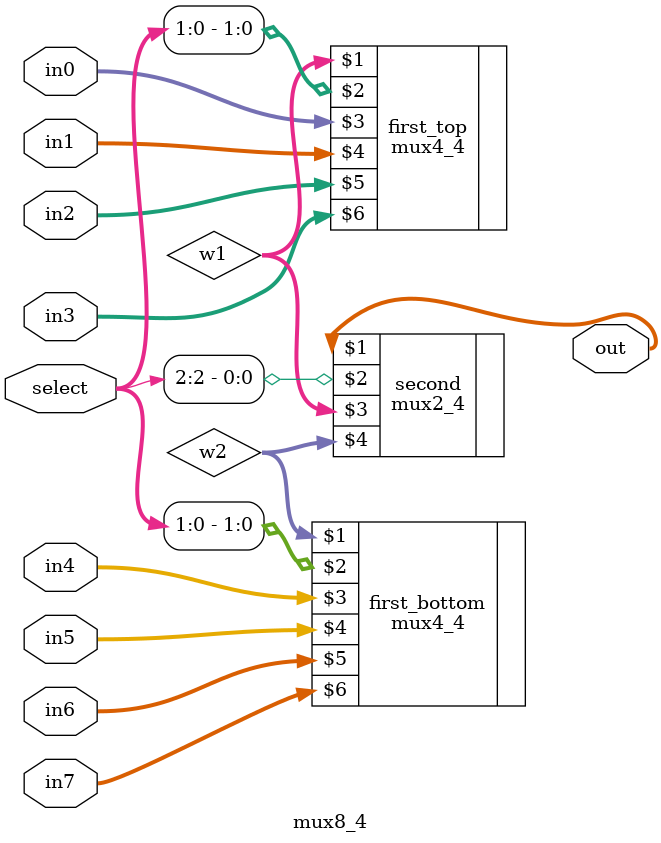
<source format=v>
module mux8_4(out, select, in0, in1, in2, in3, in4, in5, in6, in7);
    input [2:0] select;
    input [3:0] in0, in1, in2, in3, in4, in5, in6, in7;
    output [3:0] out;
    wire [3:0] w1, w2;
    mux4_4 first_top(w1, select[1:0], in0, in1, in2, in3);
    mux4_4 first_bottom(w2, select[1:0], in4, in5, in6, in7);
    mux2_4 second(out, select[2], w1, w2);
endmodule
</source>
